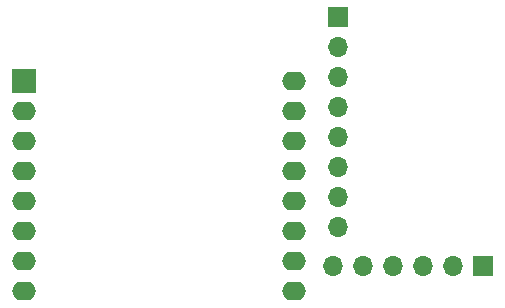
<source format=gbr>
%TF.GenerationSoftware,KiCad,Pcbnew,(5.1.9)-1*%
%TF.CreationDate,2021-05-29T23:11:52+02:00*%
%TF.ProjectId,Monitor,4d6f6e69-746f-4722-9e6b-696361645f70,rev?*%
%TF.SameCoordinates,Original*%
%TF.FileFunction,Soldermask,Bot*%
%TF.FilePolarity,Negative*%
%FSLAX46Y46*%
G04 Gerber Fmt 4.6, Leading zero omitted, Abs format (unit mm)*
G04 Created by KiCad (PCBNEW (5.1.9)-1) date 2021-05-29 23:11:52*
%MOMM*%
%LPD*%
G01*
G04 APERTURE LIST*
%ADD10O,1.700000X1.700000*%
%ADD11R,1.700000X1.700000*%
%ADD12O,2.000000X1.600000*%
%ADD13R,2.000000X2.000000*%
G04 APERTURE END LIST*
D10*
%TO.C,J2*%
X111100000Y-59720000D03*
X111100000Y-67340000D03*
X111100000Y-62260000D03*
X111100000Y-54640000D03*
X111100000Y-57180000D03*
X111100000Y-64800000D03*
X111100000Y-69880000D03*
D11*
X111100000Y-52100000D03*
%TD*%
D10*
%TO.C,J1*%
X118297389Y-73184671D03*
X110677389Y-73184671D03*
X120837389Y-73184671D03*
X115757389Y-73184671D03*
X113217389Y-73184671D03*
D11*
X123377389Y-73184671D03*
%TD*%
D12*
%TO.C,U1*%
X107360000Y-57500000D03*
X107360000Y-60040000D03*
X107360000Y-62580000D03*
X107360000Y-65120000D03*
X107360000Y-67660000D03*
X107360000Y-70200000D03*
X107360000Y-72740000D03*
X107360000Y-75280000D03*
X84500000Y-75280000D03*
X84500000Y-72740000D03*
X84500000Y-70200000D03*
X84500000Y-67660000D03*
X84500000Y-65120000D03*
X84500000Y-62580000D03*
D13*
X84500000Y-57500000D03*
D12*
X84500000Y-60040000D03*
%TD*%
M02*

</source>
